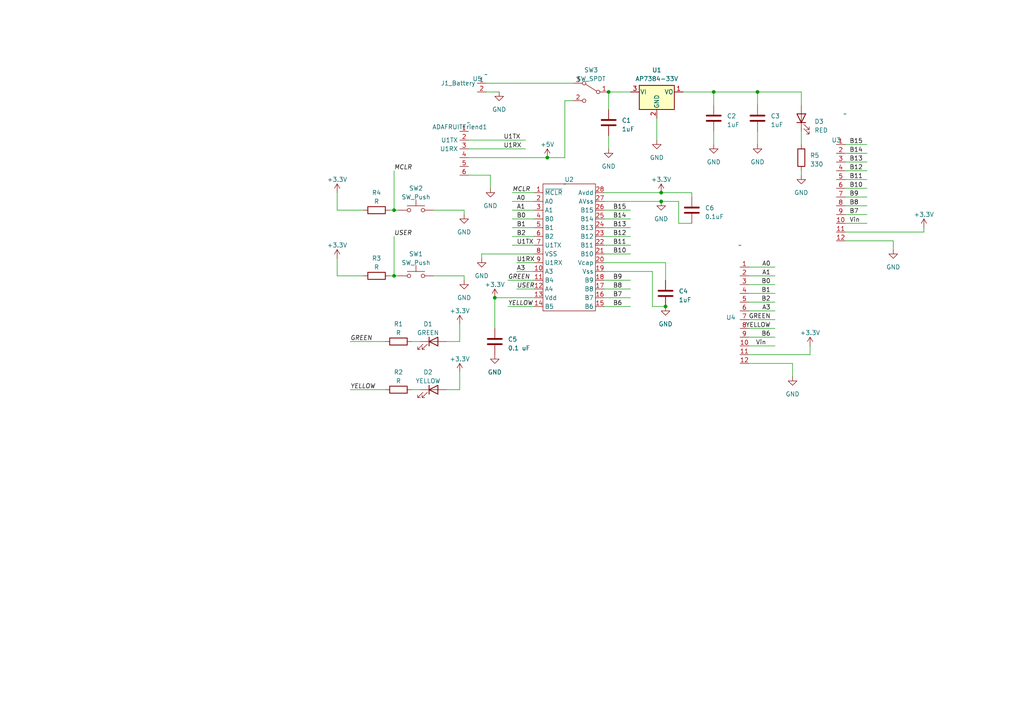
<source format=kicad_sch>
(kicad_sch (version 20230121) (generator eeschema)
  (paper "A4")
  (lib_symbols
    (symbol "Device:C" (pin_numbers hide) (pin_names (offset 0.254))
      (property "Reference" "C" (at 0.635 2.54 0))
      (property "Value" "C" (at 0.635 -2.54 0))
      (symbol "C_0_1"
        (polyline (pts (xy -2.032 -0.762) (xy 2.032 -0.762)) (stroke (width 0.508)))
        (polyline (pts (xy -2.032 0.762) (xy 2.032 0.762)) (stroke (width 0.508)))
      )
      (symbol "C_1_1"
        (pin passive line (at 0 3.81 270) (length 2.794) (name "~") (number "1"))
        (pin passive line (at 0 -3.81 90) (length 2.794) (name "~") (number "2"))
      )
    )
    (symbol "Device:LED" (pin_numbers hide) (pin_names (offset 1.016) hide)
      (property "Reference" "D" (at 0 2.54 0))
      (property "Value" "LED" (at 0 -2.54 0))
      (symbol "LED_0_1"
        (polyline (pts (xy -1.27 -1.27) (xy -1.27 1.27)) (stroke (width 0.254)))
        (polyline (pts (xy -1.27 0) (xy 1.27 0)))
        (polyline (pts (xy 1.27 -1.27) (xy 1.27 1.27) (xy -1.27 0) (xy 1.27 -1.27)) (stroke (width 0.254)))
        (polyline (pts (xy -3.048 -0.762) (xy -4.572 -2.286) (xy -3.81 -2.286) (xy -4.572 -2.286) (xy -4.572 -1.524)))
        (polyline (pts (xy -1.778 -0.762) (xy -3.302 -2.286) (xy -2.54 -2.286) (xy -3.302 -2.286) (xy -3.302 -1.524)))
      )
      (symbol "LED_1_1"
        (pin passive line (at -3.81 0 0) (length 2.54) (name "K") (number "1"))
        (pin passive line (at 3.81 0 180) (length 2.54) (name "A") (number "2"))
      )
    )
    (symbol "Device:R" (pin_numbers hide) (pin_names (offset 0))
      (property "Reference" "R" (at 2.032 0 90))
      (property "Value" "R" (at 0 0 90))
      (symbol "R_0_1"
        (rectangle (start -1.016 -2.54) (end 1.016 2.54) (stroke (width 0.254)))
      )
      (symbol "R_1_1"
        (pin passive line (at 0 3.81 270) (length 1.27) (name "~") (number "1"))
        (pin passive line (at 0 -3.81 90) (length 1.27) (name "~") (number "2"))
      )
    )
    (symbol "Switch:SW_Push" (pin_numbers hide) (pin_names (offset 1.016) hide)
      (property "Reference" "SW" (at 1.27 2.54 0))
      (property "Value" "SW_Push" (at 0 -1.524 0))
      (symbol "SW_Push_0_1"
        (circle (center -2.032 0) (radius 0.508))
        (polyline (pts (xy 0 1.27) (xy 0 3.048)))
        (polyline (pts (xy 2.54 1.27) (xy -2.54 1.27)))
        (circle (center 2.032 0) (radius 0.508))
        (pin passive line (at -5.08 0 0) (length 2.54) (name "1") (number "1"))
        (pin passive line (at 5.08 0 180) (length 2.54) (name "2") (number "2"))
      )
    )
    (symbol "hw4_library:ADAFRUIT_FRIEND"
      (property "Reference" "ADAFRUITFriend" (at 0 0 0))
      (symbol "ADAFRUIT_FRIEND_1_1"
        (pin input line (at 0 -2.54 180) (length 2.54) (name "") (number "1"))
        (pin input line (at 0 -5.08 180) (length 2.54) (name "U1TX") (number "2"))
        (pin input line (at 0 -7.62 180) (length 2.54) (name "U1RX") (number "3"))
        (pin input line (at 0 -10.16 180) (length 2.54) (name "") (number "4"))
        (pin input line (at 0 -12.7 180) (length 2.54) (name "") (number "5"))
        (pin input line (at 0 -15.24 180) (length 2.54) (name "") (number "6"))
      )
    )
    (symbol "hw4_library:AP7384-33V" (pin_names (offset 0.254))
      (property "Reference" "U" (at -3.81 3.175 0))
      (property "Value" "AP7384-33V" (at 0 3.175 0))
      (symbol "AP7384-33V_0_1"
        (rectangle (start -5.08 1.905) (end 5.08 -5.08) (stroke (width 0.254)) (fill (type background)))
      )
      (symbol "AP7384-33V_1_1"
        (pin power_out line (at 7.62 0 180) (length 2.54) (name "VO") (number "1"))
        (pin power_in line (at 0 -7.62 90) (length 2.54) (name "GND") (number "2"))
        (pin power_in line (at -7.62 0 0) (length 2.54) (name "VI") (number "3"))
      )
    )
    (symbol "hw4_library:Battery"
      (property "Reference" "U" (at 0 0 0))
      (symbol "Battery_1_1"
        (pin passive line (at 0 -2.54 180) (length 2.54) (name "J1_Battery") (number "1"))
        (pin passive line (at 0 -5.08 180) (length 2.54) (name "") (number "2"))
      )
    )
    (symbol "hw4_library:Left"
      (property "Reference" "U" (at 0 0 0))
      (symbol "Left_1_1"
        (pin input line (at -2.54 -6.35 0) (length 2.54) (name "") (number "1"))
        (pin input line (at -2.54 -29.21 0) (length 2.54) (name "") (number "10"))
        (pin input line (at -2.54 -31.75 0) (length 2.54) (name "") (number "11"))
        (pin input line (at -2.54 -34.29 0) (length 2.54) (name "") (number "12"))
        (pin input line (at -2.54 -8.89 0) (length 2.54) (name "") (number "2"))
        (pin input line (at -2.54 -11.43 0) (length 2.54) (name "") (number "3"))
        (pin input line (at -2.54 -13.97 0) (length 2.54) (name "") (number "4"))
        (pin input line (at -2.54 -16.51 0) (length 2.54) (name "") (number "5"))
        (pin input line (at -2.54 -19.05 0) (length 2.54) (name "") (number "6"))
        (pin input line (at -2.54 -21.59 0) (length 2.54) (name "") (number "7"))
        (pin input line (at -2.54 -24.13 0) (length 2.54) (name "") (number "8"))
        (pin input line (at -2.54 -26.67 0) (length 2.54) (name "") (number "9"))
      )
    )
    (symbol "hw4_library:PIC32"
      (property "Reference" "U" (at 1.27 1.27 0))
      (symbol "PIC32_0_1"
        (rectangle (start -7.62 0) (end 7.62 -36.83))
      )
      (symbol "PIC32_1_1"
        (pin input line (at -10.16 -2.54 0) (length 2.54) (name "~{MCLR}") (number "1"))
        (pin input line (at -10.16 -25.4 0) (length 2.54) (name "A3") (number "10"))
        (pin input line (at -10.16 -27.94 0) (length 2.54) (name "B4") (number "11"))
        (pin input line (at -10.16 -30.48 0) (length 2.54) (name "A4") (number "12"))
        (pin input line (at -10.16 -33.02 0) (length 2.54) (name "Vdd") (number "13"))
        (pin input line (at -10.16 -35.56 0) (length 2.54) (name "B5") (number "14"))
        (pin input line (at 10.16 -35.56 180) (length 2.54) (name "B6") (number "15"))
        (pin input line (at 10.16 -33.02 180) (length 2.54) (name "B7") (number "16"))
        (pin input line (at 10.16 -30.48 180) (length 2.54) (name "B8") (number "17"))
        (pin input line (at 10.16 -27.94 180) (length 2.54) (name "B9") (number "18"))
        (pin input line (at 10.16 -25.4 180) (length 2.54) (name "Vss") (number "19"))
        (pin input line (at -10.16 -5.08 0) (length 2.54) (name "A0") (number "2"))
        (pin input line (at 10.16 -22.86 180) (length 2.54) (name "Vcap") (number "20"))
        (pin input line (at 10.16 -20.32 180) (length 2.54) (name "B10") (number "21"))
        (pin input line (at 10.16 -17.78 180) (length 2.54) (name "B11") (number "22"))
        (pin input line (at 10.16 -15.24 180) (length 2.54) (name "B12") (number "23"))
        (pin input line (at 10.16 -12.7 180) (length 2.54) (name "B13") (number "24"))
        (pin input line (at 10.16 -10.16 180) (length 2.54) (name "B14") (number "25"))
        (pin input line (at 10.16 -7.62 180) (length 2.54) (name "B15") (number "26"))
        (pin input line (at 10.16 -5.08 180) (length 2.54) (name "AVss") (number "27"))
        (pin input line (at 10.16 -2.54 180) (length 2.54) (name "Avdd") (number "28"))
        (pin input line (at -10.16 -7.62 0) (length 2.54) (name "A1") (number "3"))
        (pin input line (at -10.16 -10.16 0) (length 2.54) (name "B0") (number "4"))
        (pin input line (at -10.16 -12.7 0) (length 2.54) (name "B1") (number "5"))
        (pin input line (at -10.16 -15.24 0) (length 2.54) (name "B2") (number "6"))
        (pin input line (at -10.16 -17.78 0) (length 2.54) (name "U1TX") (number "7"))
        (pin input line (at -10.16 -20.32 0) (length 2.54) (name "VSS") (number "8"))
        (pin input line (at -10.16 -22.86 0) (length 2.54) (name "U1RX") (number "9"))
      )
    )
    (symbol "hw4_library:Right"
      (property "Reference" "U" (at 0 0 0))
      (symbol "Right_1_1"
        (pin input line (at 0 -8.89 180) (length 2.54) (name "") (number "1"))
        (pin input line (at 0 -31.75 180) (length 2.54) (name "") (number "10"))
        (pin input line (at 0 -34.29 180) (length 2.54) (name "") (number "11"))
        (pin input line (at 0 -36.83 180) (length 2.54) (name "") (number "12"))
        (pin input line (at 0 -11.43 180) (length 2.54) (name "") (number "2"))
        (pin input line (at 0 -13.97 180) (length 2.54) (name "") (number "3"))
        (pin input line (at 0 -16.51 180) (length 2.54) (name "") (number "4"))
        (pin input line (at 0 -19.05 180) (length 2.54) (name "") (number "5"))
        (pin input line (at 0 -21.59 180) (length 2.54) (name "") (number "6"))
        (pin input line (at 0 -24.13 180) (length 2.54) (name "") (number "7"))
        (pin input line (at 0 -26.67 180) (length 2.54) (name "") (number "8"))
        (pin input line (at 0 -29.21 180) (length 2.54) (name "") (number "9"))
      )
    )
    (symbol "hw4_library:SW_SPDT" (pin_names (offset 0) hide)
      (property "Reference" "SW" (at 0 4.318 0))
      (property "Value" "SW_SPDT" (at 0 -5.08 0))
      (symbol "SW_SPDT_0_0"
        (circle (center -2.032 -2.54) (radius 0.508))
        (circle (center 2.032 0) (radius 0.508))
      )
      (symbol "SW_SPDT_0_1"
        (circle (center -2.032 2.54) (radius 0.508))
        (polyline (pts (xy 1.524 0.254) (xy -1.651 2.286)))
      )
      (symbol "SW_SPDT_1_1"
        (pin passive line (at 5.08 0 180) (length 2.54) (name "B") (number "1"))
        (pin passive line (at -5.08 -2.54 0) (length 2.54) (name "C") (number "2"))
        (pin passive line (at -5.08 2.54 0) (length 2.54) (name "A") (number "3"))
      )
    )
    (symbol "power:+3.3V" (power) (pin_names (offset 0))
      (property "Value" "+3.3V" (at 0 3.556 0))
      (symbol "+3.3V_0_1"
        (polyline (pts (xy -0.762 1.27) (xy 0 2.54)))
        (polyline (pts (xy 0 0) (xy 0 2.54)))
        (polyline (pts (xy 0 2.54) (xy 0.762 1.27)))
      )
      (symbol "+3.3V_1_1"
        (pin power_in line (at 0 0 90) (length 0) hide (name "+3.3V") (number "1"))
      )
    )
    (symbol "power:+5V" (power) (pin_names (offset 0))
      (property "Value" "+5V" (at 0 3.556 0))
      (symbol "+5V_0_1"
        (polyline (pts (xy -0.762 1.27) (xy 0 2.54)))
        (polyline (pts (xy 0 0) (xy 0 2.54)))
        (polyline (pts (xy 0 2.54) (xy 0.762 1.27)))
      )
      (symbol "+5V_1_1"
        (pin power_in line (at 0 0 90) (length 0) hide (name "+5V") (number "1"))
      )
    )
    (symbol "power:GND" (power) (pin_names (offset 0))
      (property "Value" "GND" (at 0 -3.81 0))
      (symbol "GND_0_1"
        (polyline (pts (xy 0 0) (xy 0 -1.27) (xy 1.27 -1.27) (xy 0 -2.54) (xy -1.27 -1.27) (xy 0 -1.27)))
      )
      (symbol "GND_1_1"
        (pin power_in line (at 0 0 270) (length 0) hide (name "GND") (number "1"))
      )
    )
  )
  (junction (at 176.53 26.67))
  (junction (at 191.77 55.88))
  (junction (at 114.3 80.01))
  (junction (at 114.3 60.96))
  (junction (at 219.71 26.67))
  (junction (at 191.77 58.42))
  (junction (at 143.51 86.36))
  (junction (at 158.75 45.72))
  (junction (at 207.01 26.67))
  (junction (at 193.04 88.9))
  (wire (pts (xy 158.75 45.72) (xy 163.83 45.72)))
  (wire (pts (xy 229.87 105.41) (xy 229.87 109.22)))
  (wire (pts (xy 175.26 60.96) (xy 182.88 60.96)))
  (wire (pts (xy 175.26 81.28) (xy 182.88 81.28)))
  (wire (pts (xy 133.35 107.95) (xy 133.35 113.03)))
  (wire (pts (xy 224.79 85.09) (xy 217.17 85.09)))
  (wire (pts (xy 224.79 87.63) (xy 217.17 87.63)))
  (wire (pts (xy 149.86 76.2) (xy 154.94 76.2)))
  (wire (pts (xy 97.79 60.96) (xy 105.41 60.96)))
  (wire (pts (xy 234.95 100.33) (xy 234.95 102.87)))
  (wire (pts (xy 175.26 58.42) (xy 191.77 58.42)))
  (wire (pts (xy 114.3 60.96) (xy 115.57 60.96)))
  (wire (pts (xy 224.79 100.33) (xy 217.17 100.33)))
  (wire (pts (xy 148.59 71.12) (xy 154.94 71.12)))
  (wire (pts (xy 245.11 44.45) (xy 251.46 44.45)))
  (wire (pts (xy 134.62 62.23) (xy 134.62 60.96)))
  (wire (pts (xy 224.79 77.47) (xy 217.17 77.47)))
  (wire (pts (xy 125.73 60.96) (xy 134.62 60.96)))
  (wire (pts (xy 191.77 58.42) (xy 196.85 58.42)))
  (wire (pts (xy 101.6 99.06) (xy 111.76 99.06)))
  (wire (pts (xy 129.54 99.06) (xy 133.35 99.06)))
  (wire (pts (xy 175.26 88.9) (xy 182.88 88.9)))
  (wire (pts (xy 189.23 88.9) (xy 193.04 88.9)))
  (wire (pts (xy 140.97 26.67) (xy 144.78 26.67)))
  (wire (pts (xy 133.35 93.98) (xy 133.35 99.06)))
  (wire (pts (xy 148.59 66.04) (xy 154.94 66.04)))
  (wire (pts (xy 175.26 73.66) (xy 182.88 73.66)))
  (wire (pts (xy 224.79 82.55) (xy 217.17 82.55)))
  (wire (pts (xy 245.11 64.77) (xy 251.46 64.77)))
  (wire (pts (xy 101.6 113.03) (xy 111.76 113.03)))
  (wire (pts (xy 224.79 92.71) (xy 217.17 92.71)))
  (wire (pts (xy 149.86 78.74) (xy 154.94 78.74)))
  (wire (pts (xy 147.32 88.9) (xy 154.94 88.9)))
  (wire (pts (xy 135.89 50.8) (xy 142.24 50.8)))
  (wire (pts (xy 245.11 49.53) (xy 251.46 49.53)))
  (wire (pts (xy 114.3 80.01) (xy 115.57 80.01)))
  (wire (pts (xy 245.11 57.15) (xy 251.46 57.15)))
  (wire (pts (xy 207.01 26.67) (xy 207.01 30.48)))
  (wire (pts (xy 198.12 26.67) (xy 207.01 26.67)))
  (wire (pts (xy 232.41 49.53) (xy 232.41 50.8)))
  (wire (pts (xy 196.85 58.42) (xy 196.85 64.77)))
  (wire (pts (xy 175.26 83.82) (xy 182.88 83.82)))
  (wire (pts (xy 224.79 97.79) (xy 217.17 97.79)))
  (wire (pts (xy 176.53 26.67) (xy 176.53 31.75)))
  (wire (pts (xy 232.41 38.1) (xy 232.41 41.91)))
  (wire (pts (xy 129.54 113.03) (xy 133.35 113.03)))
  (wire (pts (xy 134.62 81.28) (xy 134.62 80.01)))
  (wire (pts (xy 219.71 26.67) (xy 219.71 30.48)))
  (wire (pts (xy 139.7 74.93) (xy 139.7 73.66)))
  (wire (pts (xy 119.38 113.03) (xy 121.92 113.03)))
  (wire (pts (xy 143.51 86.36) (xy 143.51 95.25)))
  (wire (pts (xy 175.26 76.2) (xy 193.04 76.2)))
  (wire (pts (xy 175.26 66.04) (xy 182.88 66.04)))
  (wire (pts (xy 148.59 68.58) (xy 154.94 68.58)))
  (wire (pts (xy 245.11 52.07) (xy 251.46 52.07)))
  (wire (pts (xy 229.87 105.41) (xy 217.17 105.41)))
  (wire (pts (xy 193.04 76.2) (xy 193.04 81.28)))
  (wire (pts (xy 113.03 80.01) (xy 114.3 80.01)))
  (wire (pts (xy 175.26 55.88) (xy 191.77 55.88)))
  (wire (pts (xy 245.11 54.61) (xy 251.46 54.61)))
  (wire (pts (xy 148.59 63.5) (xy 154.94 63.5)))
  (wire (pts (xy 245.11 41.91) (xy 251.46 41.91)))
  (wire (pts (xy 147.32 81.28) (xy 154.94 81.28)))
  (wire (pts (xy 114.3 49.53) (xy 114.3 60.96)))
  (wire (pts (xy 245.11 67.31) (xy 267.97 67.31)))
  (wire (pts (xy 245.11 62.23) (xy 251.46 62.23)))
  (wire (pts (xy 224.79 90.17) (xy 217.17 90.17)))
  (wire (pts (xy 234.95 102.87) (xy 217.17 102.87)))
  (wire (pts (xy 219.71 38.1) (xy 219.71 41.91)))
  (wire (pts (xy 135.89 45.72) (xy 158.75 45.72)))
  (wire (pts (xy 175.26 63.5) (xy 182.88 63.5)))
  (wire (pts (xy 148.59 58.42) (xy 154.94 58.42)))
  (wire (pts (xy 245.11 69.85) (xy 259.08 69.85)))
  (wire (pts (xy 189.23 78.74) (xy 189.23 88.9)))
  (wire (pts (xy 163.83 45.72) (xy 163.83 29.21)))
  (wire (pts (xy 142.24 50.8) (xy 142.24 54.61)))
  (wire (pts (xy 207.01 38.1) (xy 207.01 41.91)))
  (wire (pts (xy 97.79 55.88) (xy 97.79 60.96)))
  (wire (pts (xy 119.38 99.06) (xy 121.92 99.06)))
  (wire (pts (xy 245.11 59.69) (xy 251.46 59.69)))
  (wire (pts (xy 175.26 71.12) (xy 182.88 71.12)))
  (wire (pts (xy 114.3 68.58) (xy 114.3 80.01)))
  (wire (pts (xy 125.73 80.01) (xy 134.62 80.01)))
  (wire (pts (xy 224.79 80.01) (xy 217.17 80.01)))
  (wire (pts (xy 245.11 46.99) (xy 251.46 46.99)))
  (wire (pts (xy 143.51 86.36) (xy 154.94 86.36)))
  (wire (pts (xy 267.97 66.04) (xy 267.97 67.31)))
  (wire (pts (xy 207.01 26.67) (xy 219.71 26.67)))
  (wire (pts (xy 135.89 40.64) (xy 152.4 40.64)))
  (wire (pts (xy 175.26 68.58) (xy 182.88 68.58)))
  (wire (pts (xy 219.71 26.67) (xy 232.41 26.67)))
  (wire (pts (xy 200.66 55.88) (xy 200.66 57.15)))
  (wire (pts (xy 139.7 73.66) (xy 154.94 73.66)))
  (wire (pts (xy 163.83 29.21) (xy 166.37 29.21)))
  (wire (pts (xy 148.59 60.96) (xy 154.94 60.96)))
  (wire (pts (xy 196.85 64.77) (xy 200.66 64.77)))
  (wire (pts (xy 232.41 26.67) (xy 232.41 30.48)))
  (wire (pts (xy 191.77 55.88) (xy 200.66 55.88)))
  (wire (pts (xy 97.79 80.01) (xy 105.41 80.01)))
  (wire (pts (xy 176.53 39.37) (xy 176.53 43.18)))
  (wire (pts (xy 113.03 60.96) (xy 114.3 60.96)))
  (wire (pts (xy 176.53 26.67) (xy 182.88 26.67)))
  (wire (pts (xy 149.86 83.82) (xy 154.94 83.82)))
  (wire (pts (xy 140.97 24.13) (xy 166.37 24.13)))
  (wire (pts (xy 190.5 34.29) (xy 190.5 40.64)))
  (wire (pts (xy 175.26 78.74) (xy 189.23 78.74)))
  (wire (pts (xy 148.59 55.88) (xy 154.94 55.88)))
  (wire (pts (xy 224.79 95.25) (xy 217.17 95.25)))
  (wire (pts (xy 259.08 69.85) (xy 259.08 72.39)))
  (wire (pts (xy 97.79 74.93) (xy 97.79 80.01)))
  (wire (pts (xy 135.89 43.18) (xy 152.4 43.18)))
  (wire (pts (xy 175.26 86.36) (xy 182.88 86.36)))
  (label "B9" (at 246.38 57.15 0))
  (label "GREEN" (at 101.6 99.06 0) (effects (font italic)))
  (label "U1RX" (at 149.86 76.2 0))
  (label "Vin" (at 246.38 64.77 0))
  (label "U1TX" (at 146.05 40.64 0))
  (label "USER" (at 149.86 83.82 0) (effects (font italic)))
  (label "Vin" (at 222.25 100.33 180))
  (label "A1" (at 223.52 80.01 180))
  (label "B2" (at 149.86 68.58 0))
  (label "A3" (at 223.52 90.17 180))
  (label "B8" (at 177.8 83.82 0))
  (label "B14" (at 246.38 44.45 0))
  (label "YELLOW" (at 101.6 113.03 0) (effects (font italic)))
  (label "B9" (at 177.8 81.28 0))
  (label "B15" (at 246.38 41.91 0))
  (label "GREEN" (at 147.32 81.28 0) (effects (font italic)))
  (label "B7" (at 177.8 86.36 0))
  (label "GREEN" (at 223.52 92.71 180))
  (label "B6" (at 223.52 97.79 180))
  (label "A3" (at 149.86 78.74 0))
  (label "A1" (at 149.86 60.96 0))
  (label "B2" (at 223.52 87.63 180))
  (label "B0" (at 149.86 63.5 0))
  (label "YELLOW" (at 147.32 88.9 0) (effects (font italic)))
  (label "B12" (at 177.8 68.58 0))
  (label "B13" (at 246.38 46.99 0))
  (label "B14" (at 177.8 63.5 0))
  (label "B11" (at 177.8 71.12 0))
  (label "B6" (at 177.8 88.9 0))
  (label "B1" (at 223.52 85.09 180))
  (label "YELLOW" (at 223.52 95.25 180))
  (label "U1RX" (at 146.05 43.18 0))
  (label "B13" (at 177.8 66.04 0))
  (label "B15" (at 177.8 60.96 0))
  (label "B10" (at 246.38 54.61 0))
  (label "B1" (at 149.86 66.04 0))
  (label "B10" (at 177.8 73.66 0))
  (label "A0" (at 149.86 58.42 0))
  (label "B7" (at 246.38 62.23 0))
  (label "B0" (at 223.52 82.55 180))
  (label "MCLR" (at 148.59 55.88 0) (effects (font italic)))
  (label "USER" (at 114.3 68.58 0) (effects (font italic)))
  (label "B11" (at 246.38 52.07 0))
  (label "B8" (at 246.38 59.69 0))
  (label "A0" (at 223.52 77.47 180))
  (label "U1TX" (at 149.86 71.12 0))
  (label "B12" (at 246.38 49.53 0))
  (label "MCLR" (at 114.3 49.53 0) (effects (font italic)))
  (symbol (lib_id "power:GND") (at 139.7 74.93 0) (unit 1)
    (property "Reference" "#PWR02" (effects hide))
    (property "Value" "GND" (at 139.7 80.01 0))
  )
  (symbol (lib_id "power:+3.3V") (at 143.51 86.36 0) (unit 1)
    (property "Reference" "#PWR09" (effects hide))
    (property "Value" "+3.3V" (at 143.51 82.55 0))
  )
  (symbol (lib_id "power:GND") (at 190.5 40.64 0) (unit 1)
    (property "Reference" "#PWR013" (effects hide))
    (property "Value" "GND" (at 190.5 45.72 0))
  )
  (symbol (lib_id "Switch:SW_Push") (at 120.65 60.96 0) (unit 1)
    (property "Reference" "SW2" (at 120.65 54.61 0))
    (property "Value" "SW_Push" (at 120.65 57.15 0))
    (property "Footprint" "pic32board:pb" (effects hide))
  )
  (symbol (lib_id "power:GND") (at 134.62 62.23 0) (unit 1)
    (property "Reference" "#PWR07" (effects hide))
    (property "Value" "GND" (at 134.62 67.31 0))
  )
  (symbol (lib_id "power:+3.3V") (at 133.35 107.95 0) (unit 1)
    (property "Reference" "#PWR03" (effects hide))
    (property "Value" "+3.3V" (at 133.35 104.14 0))
  )
  (symbol (lib_id "Device:C") (at 193.04 85.09 0) (unit 1)
    (property "Reference" "C4" (at 196.85 84.455 0) (effects (justify left)))
    (property "Value" "1uF" (at 196.85 86.995 0) (effects (justify left)))
    (property "Footprint" "Capacitor_THT:C_Disc_D5.1mm_W3.2mm_P5.00mm" (effects hide))
  )
  (symbol (lib_id "Device:R") (at 115.57 113.03 90) (unit 1)
    (property "Reference" "R2" (at 115.57 107.95 90))
    (property "Value" "R" (at 115.57 110.49 90))
    (property "Footprint" "Resistor_THT:R_Axial_DIN0207_L6.3mm_D2.5mm_P7.62mm_Horizontal" (effects hide))
  )
  (symbol (lib_id "hw4_library:Battery") (at 140.97 21.59 0) (unit 1)
    (property "Reference" "U5" (at 138.43 22.86 0))
    (property "Value" "~" (at 140.97 21.59 0))
    (property "Footprint" "Connector_PinSocket_2.54mm:PinSocket_1x02_P2.54mm_Vertical" (effects hide))
  )
  (symbol (lib_id "hw4_library:PIC32") (at 165.1 53.34 0) (unit 1)
    (property "Reference" "U2" (at 165.1 52.07 0))
    (property "Value" "~" (at 163.83 53.34 0))
    (property "Footprint" "Package_DIP:DIP-28_W7.62mm_Socket" (effects hide))
  )
  (symbol (lib_id "Device:R") (at 109.22 60.96 90) (unit 1)
    (property "Reference" "R4" (at 109.22 55.88 90))
    (property "Value" "R" (at 109.22 58.42 90))
    (property "Footprint" "Resistor_THT:R_Axial_DIN0207_L6.3mm_D2.5mm_P7.62mm_Horizontal" (effects hide))
  )
  (symbol (lib_id "power:GND") (at 232.41 50.8 0) (unit 1)
    (property "Reference" "#PWR014" (effects hide))
    (property "Value" "GND" (at 232.41 55.88 0))
  )
  (symbol (lib_id "power:+3.3V") (at 267.97 66.04 0) (unit 1)
    (property "Reference" "#PWR023" (effects hide))
    (property "Value" "+3.3V" (at 267.97 62.23 0))
  )
  (symbol (lib_id "power:GND") (at 142.24 54.61 0) (unit 1)
    (property "Reference" "#PWR018" (effects hide))
    (property "Value" "GND" (at 142.24 59.69 0))
  )
  (symbol (lib_id "power:GND") (at 219.71 41.91 0) (unit 1)
    (property "Reference" "#PWR016" (effects hide))
    (property "Value" "GND" (at 219.71 46.99 0))
  )
  (symbol (lib_id "power:+3.3V") (at 97.79 74.93 0) (unit 1)
    (property "Reference" "#PWR05" (effects hide))
    (property "Value" "+3.3V" (at 97.79 71.12 0))
  )
  (symbol (lib_id "Device:C") (at 207.01 34.29 0) (unit 1)
    (property "Reference" "C2" (at 210.82 33.655 0) (effects (justify left)))
    (property "Value" "1uF" (at 210.82 36.195 0) (effects (justify left)))
    (property "Footprint" "Capacitor_THT:C_Disc_D5.1mm_W3.2mm_P5.00mm" (effects hide))
  )
  (symbol (lib_id "hw4_library:SW_SPDT") (at 171.45 26.67 0) (unit 1)
    (property "Reference" "SW3" (at 171.45 20.32 0))
    (property "Value" "SW_SPDT" (at 171.45 22.86 0))
    (property "Footprint" "pic32board:slidesw2" (effects hide))
  )
  (symbol (lib_id "power:+3.3V") (at 191.77 55.88 0) (unit 1)
    (property "Reference" "#PWR012" (effects hide))
    (property "Value" "+3.3V" (at 191.77 52.07 0))
  )
  (symbol (lib_id "power:+5V") (at 158.75 45.72 0) (unit 1)
    (property "Reference" "#PWR019" (effects hide))
    (property "Value" "+5V" (at 158.75 41.91 0))
  )
  (symbol (lib_id "Device:C") (at 200.66 60.96 0) (unit 1)
    (property "Reference" "C6" (at 204.47 60.325 0) (effects (justify left)))
    (property "Value" "0.1uF" (at 204.47 62.865 0) (effects (justify left)))
    (property "Footprint" "Capacitor_THT:C_Disc_D3.4mm_W2.1mm_P2.50mm" (effects hide))
  )
  (symbol (lib_id "power:GND") (at 176.53 43.18 0) (unit 1)
    (property "Reference" "#PWR017" (effects hide))
    (property "Value" "GND" (at 176.53 48.26 0))
  )
  (symbol (lib_id "Device:R") (at 232.41 45.72 0) (unit 1)
    (property "Reference" "R5" (at 234.95 45.085 0) (effects (justify left)))
    (property "Value" "330" (at 234.95 47.625 0) (effects (justify left)))
    (property "Footprint" "Resistor_THT:R_Axial_DIN0207_L6.3mm_D2.5mm_P7.62mm_Horizontal" (effects hide))
  )
  (symbol (lib_id "Device:C") (at 219.71 34.29 0) (unit 1)
    (property "Reference" "C3" (at 223.52 33.655 0) (effects (justify left)))
    (property "Value" "1uF" (at 223.52 36.195 0) (effects (justify left)))
    (property "Footprint" "Capacitor_THT:C_Disc_D5.1mm_W3.2mm_P5.00mm" (effects hide))
  )
  (symbol (lib_id "power:GND") (at 207.01 41.91 0) (unit 1)
    (property "Reference" "#PWR015" (effects hide))
    (property "Value" "GND" (at 207.01 46.99 0))
  )
  (symbol (lib_id "power:GND") (at 229.87 109.22 0) (mirror y) (unit 1)
    (property "Reference" "#PWR021" (effects hide))
    (property "Value" "GND" (at 229.87 114.3 0))
  )
  (symbol (lib_id "power:+3.3V") (at 97.79 55.88 0) (unit 1)
    (property "Reference" "#PWR06" (effects hide))
    (property "Value" "+3.3V" (at 97.79 52.07 0))
  )
  (symbol (lib_id "power:GND") (at 191.77 58.42 0) (unit 1)
    (property "Reference" "#PWR011" (effects hide))
    (property "Value" "GND" (at 191.77 63.5 0))
  )
  (symbol (lib_id "Device:LED") (at 232.41 34.29 90) (unit 1)
    (property "Reference" "D3" (at 236.22 35.2425 90) (effects (justify right)))
    (property "Value" "RED" (at 236.22 37.7825 90) (effects (justify right)))
    (property "Footprint" "LED_THT:LED_D3.0mm" (effects hide))
  )
  (symbol (lib_id "Device:C") (at 143.51 99.06 0) (unit 1)
    (property "Reference" "C5" (at 147.32 98.425 0) (effects (justify left)))
    (property "Value" "0.1 uF" (at 147.32 100.965 0) (effects (justify left)))
    (property "Footprint" "Capacitor_THT:C_Disc_D3.4mm_W2.1mm_P2.50mm" (effects hide))
  )
  (symbol (lib_id "power:GND") (at 259.08 72.39 0) (unit 1)
    (property "Reference" "#PWR022" (effects hide))
    (property "Value" "GND" (at 259.08 77.47 0))
  )
  (symbol (lib_id "power:GND") (at 193.04 88.9 0) (unit 1)
    (property "Reference" "#PWR010" (effects hide))
    (property "Value" "GND" (at 193.04 93.98 0))
  )
  (symbol (lib_id "hw4_library:Left") (at 214.63 71.12 0) (mirror y) (unit 1)
    (property "Reference" "U4" (at 213.36 92.075 0) (effects (justify left)))
    (property "Value" "~" (at 214.63 71.12 0))
    (property "Footprint" "Connector_PinSocket_2.54mm:PinSocket_1x12_P2.54mm_Vertical" (effects hide))
  )
  (symbol (lib_id "Device:LED") (at 125.73 113.03 0) (unit 1)
    (property "Reference" "D2" (at 124.1425 107.95 0))
    (property "Value" "YELLOW" (at 124.1425 110.49 0))
    (property "Footprint" "LED_THT:LED_D3.0mm" (effects hide))
  )
  (symbol (lib_id "Device:R") (at 109.22 80.01 90) (unit 1)
    (property "Reference" "R3" (at 109.22 74.93 90))
    (property "Value" "R" (at 109.22 77.47 90))
    (property "Footprint" "Resistor_THT:R_Axial_DIN0207_L6.3mm_D2.5mm_P7.62mm_Horizontal" (effects hide))
  )
  (symbol (lib_id "Switch:SW_Push") (at 120.65 80.01 0) (unit 1)
    (property "Reference" "SW1" (at 120.65 73.66 0))
    (property "Value" "SW_Push" (at 120.65 76.2 0))
    (property "Footprint" "pic32board:pb" (effects hide))
  )
  (symbol (lib_id "Device:R") (at 115.57 99.06 90) (unit 1)
    (property "Reference" "R1" (at 115.57 93.98 90))
    (property "Value" "R" (at 115.57 96.52 90))
    (property "Footprint" "Resistor_THT:R_Axial_DIN0207_L6.3mm_D2.5mm_P7.62mm_Horizontal" (effects hide))
  )
  (symbol (lib_id "hw4_library:ADAFRUIT_FRIEND") (at 135.89 35.56 0) (unit 1)
    (property "Reference" "ADAFRUITFriend1" (at 133.35 36.83 0))
    (property "Value" "~" (at 135.89 35.56 0))
    (property "Footprint" "Connector_PinSocket_2.54mm:PinSocket_1x06_P2.54mm_Vertical" (effects hide))
  )
  (symbol (lib_id "Device:LED") (at 125.73 99.06 0) (unit 1)
    (property "Reference" "D1" (at 124.1425 93.98 0))
    (property "Value" "GREEN" (at 124.1425 96.52 0))
    (property "Footprint" "LED_THT:LED_D3.0mm" (effects hide))
  )
  (symbol (lib_id "hw4_library:AP7384-33V") (at 190.5 26.67 0) (unit 1)
    (property "Reference" "U1" (at 190.5 20.32 0))
    (property "Value" "AP7384-33V" (at 190.5 22.86 0))
    (property "Footprint" "Package_TO_SOT_THT:TO-92L_Inline" (effects hide))
    (property "Datasheet" "https://www.diodes.com/assets/Datasheets/AP7384.pdf" (effects hide))
  )
  (symbol (lib_id "power:+3.3V") (at 234.95 100.33 0) (mirror y) (unit 1)
    (property "Reference" "#PWR020" (effects hide))
    (property "Value" "+3.3V" (at 234.95 96.52 0))
  )
  (symbol (lib_id "power:GND") (at 144.78 26.67 0) (unit 1)
    (property "Reference" "#PWR024" (effects hide))
    (property "Value" "GND" (at 144.78 31.75 0))
  )
  (symbol (lib_id "Device:C") (at 176.53 35.56 0) (unit 1)
    (property "Reference" "C1" (at 180.34 34.925 0) (effects (justify left)))
    (property "Value" "1uF" (at 180.34 37.465 0) (effects (justify left)))
    (property "Footprint" "Capacitor_THT:C_Disc_D5.1mm_W3.2mm_P5.00mm" (effects hide))
  )
  (symbol (lib_id "power:GND") (at 134.62 81.28 0) (unit 1)
    (property "Reference" "#PWR04" (effects hide))
    (property "Value" "GND" (at 134.62 86.36 0))
  )
  (symbol (lib_id "hw4_library:Right") (at 245.11 33.02 0) (unit 1)
    (property "Reference" "U3" (at 242.57 40.64 0))
    (property "Value" "~" (at 245.11 33.02 0))
    (property "Footprint" "Connector_PinSocket_2.54mm:PinSocket_1x12_P2.54mm_Vertical" (effects hide))
  )
  (symbol (lib_id "power:GND") (at 143.51 102.87 0) (unit 1)
    (property "Reference" "#PWR08" (effects hide))
    (property "Value" "GND" (at 143.51 107.95 0))
  )
  (symbol (lib_id "power:+3.3V") (at 133.35 93.98 0) (unit 1)
    (property "Reference" "#PWR01" (effects hide))
    (property "Value" "+3.3V" (at 133.35 90.17 0))
  )
)
</source>
